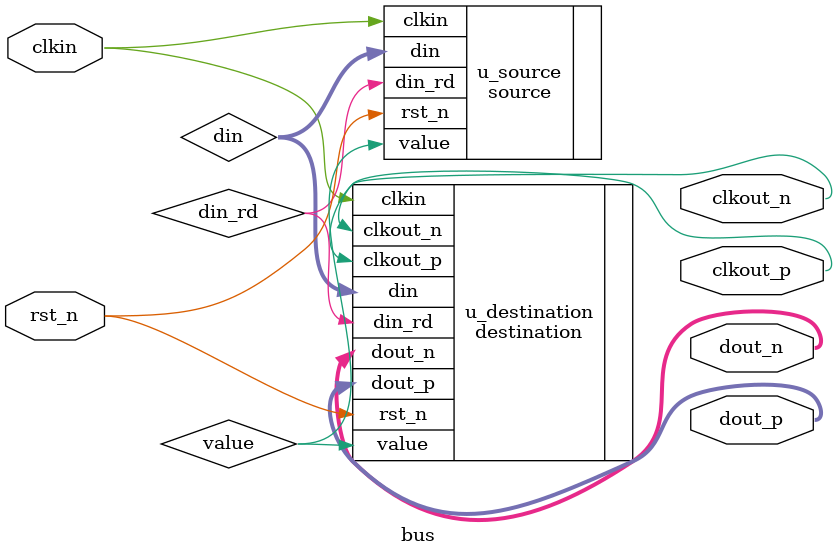
<source format=v>
`timescale 1ns / 1ps


module bus(
  input   wire                  clkin       ,    // 50M
  input   wire                  rst_n       ,

  output  wire                  clkout_p    ,
  output  wire                  clkout_n    ,
  output  wire   [3 : 0]        dout_p      ,
  output  wire   [3 : 0]        dout_n      
);

wire   [23 : 0]   din   ;
wire              value ;
wire              din_rd ;




destination  #(
    .ROW   ( 1024 ) ,
    .COL   ( 1280 ) ,
    .pixel ( 24   ) 
) u_destination(
  .clkin     ( clkin  )  ,   
  .rst_n     ( rst_n  )  ,
  .din       ( din    )  ,
  .value     ( value  )  ,           
  .din_rd    ( din_rd )  ,
  .clkout_p  ( clkout_p )  ,
  .clkout_n  ( clkout_n )  ,
  .dout_p    ( dout_p )  ,
  .dout_n    ( dout_n )     
);


source #(
    .ROW   ( 1024 ) ,
    .COL   ( 1280 ) ,
    .pixel ( 24   ) 
) u_source(
  .clkin     ( clkin )    ,    // 50M
  .rst_n     ( rst_n )    ,
  .din       ( din )    ,           
  .din_rd    ( din_rd )    ,  
  .value     ( value )
);


endmodule

</source>
